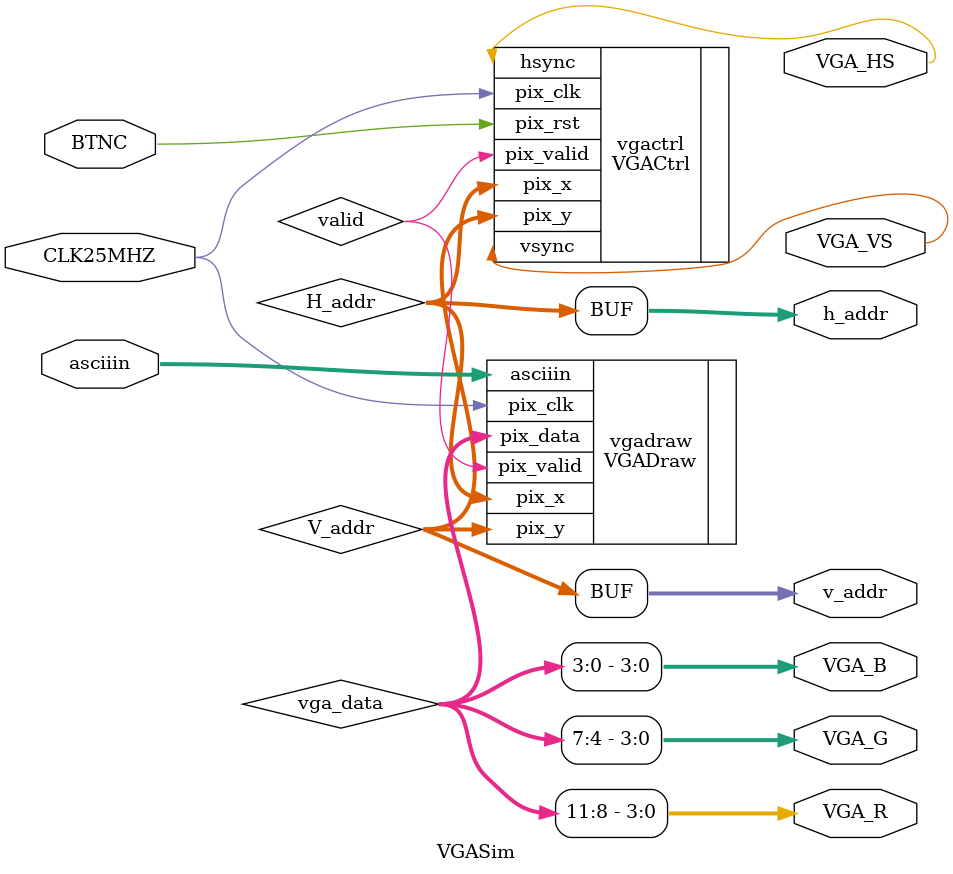
<source format=v>
`timescale 1ns / 1ps

module VGASim(
    input CLK25MHZ,        //ÏµÍ³Ê±ÖÓÐÅºÅ
    input  BTNC,           // ¸´Î»ÐÅºÅ
    output [3:0] VGA_R,    //ºìÉ«ÐÅºÅÖµ
    output [3:0] VGA_G,    //ÂÌÉ«ÐÅºÅÖµ
    output [3:0] VGA_B,     //À¶É«ÐÅºÅÖµ
    output  VGA_HS,         //ÐÐÍ¬²½ÐÅºÅ
    output  VGA_VS,          //Ö¡Í¬²½ÐÅºÅ
    output wire [11:0] h_addr,
    output wire [11:0] v_addr,
    input [7:0] asciiin
 );
wire [11:0] vga_data;
wire valid;
wire [11:0] H_addr;
wire [11:0] V_addr;
assign h_addr = H_addr;
assign v_addr = V_addr;
//wire CLK25MHZ;
//clk_wiz_0 myvgaclk(.clk_in1(CLK100MHZ),.reset(rst),.locked(locked),.clk_out1(CLK25MHZ));
//divider divider111(.CLK100MHZ(CLK100MHZ),.CLK25MHZ(CLK25MHZ));

VGACtrl vgactrl(.pix_x(H_addr),.pix_y(V_addr),.hsync(VGA_HS),.vsync(VGA_VS),.pix_valid(valid),.pix_clk(CLK25MHZ),.pix_rst(BTNC));
VGADraw vgadraw(.pix_data(vga_data),.pix_x(H_addr),.pix_y(V_addr),.pix_valid(valid),.pix_clk(CLK25MHZ),.asciiin(asciiin));

assign VGA_R=vga_data[11:8];
assign VGA_G=vga_data[7:4];
assign VGA_B=vga_data[3:0];
endmodule

</source>
